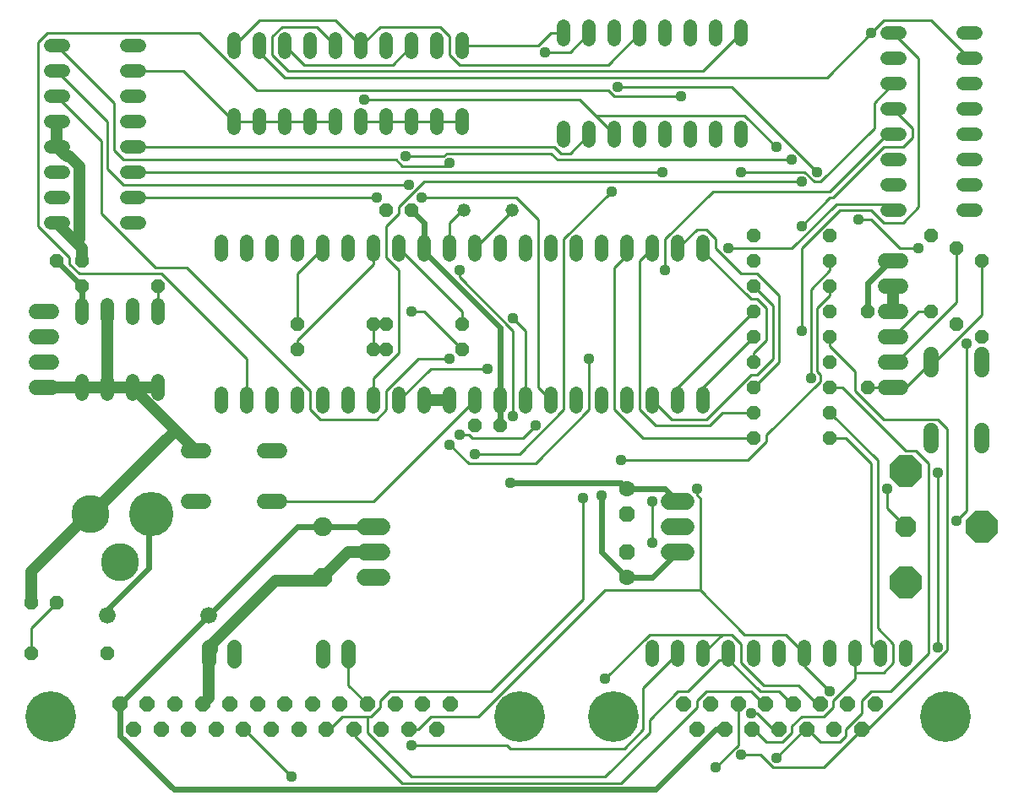
<source format=gtl>
G75*
%MOIN*%
%OFA0B0*%
%FSLAX24Y24*%
%IPPOS*%
%LPD*%
%AMOC8*
5,1,8,0,0,1.08239X$1,22.5*
%
%ADD10C,0.0520*%
%ADD11OC8,0.0520*%
%ADD12C,0.0520*%
%ADD13C,0.1750*%
%ADD14C,0.1500*%
%ADD15C,0.0660*%
%ADD16C,0.0660*%
%ADD17C,0.0750*%
%ADD18OC8,0.0750*%
%ADD19OC8,0.0630*%
%ADD20C,0.0630*%
%ADD21C,0.0600*%
%ADD22OC8,0.0825*%
%ADD23OC8,0.1270*%
%ADD24OC8,0.0600*%
%ADD25C,0.2000*%
%ADD26C,0.0560*%
%ADD27C,0.0480*%
%ADD28C,0.0240*%
%ADD29C,0.0440*%
%ADD30C,0.0100*%
D10*
X010379Y019420D02*
X010379Y019940D01*
X011379Y019940D02*
X011379Y019420D01*
X012379Y019420D02*
X012379Y019940D01*
X013379Y019940D02*
X013379Y019420D01*
X014379Y019420D02*
X014379Y019940D01*
X015379Y019940D02*
X015379Y019420D01*
X016379Y019420D02*
X016379Y019940D01*
X017379Y019940D02*
X017379Y019420D01*
X018379Y019420D02*
X018379Y019940D01*
X019379Y019940D02*
X019379Y019420D01*
X020379Y019420D02*
X020379Y019940D01*
X021379Y019940D02*
X021379Y019420D01*
X022379Y019420D02*
X022379Y019940D01*
X023379Y019940D02*
X023379Y019420D01*
X024379Y019420D02*
X024379Y019940D01*
X025379Y019940D02*
X025379Y019420D01*
X026379Y019420D02*
X026379Y019940D01*
X027379Y019940D02*
X027379Y019420D01*
X028379Y019420D02*
X028379Y019940D01*
X029379Y019940D02*
X029379Y019420D01*
X029379Y025420D02*
X029379Y025940D01*
X028379Y025940D02*
X028379Y025420D01*
X027379Y025420D02*
X027379Y025940D01*
X026379Y025940D02*
X026379Y025420D01*
X025379Y025420D02*
X025379Y025940D01*
X024379Y025940D02*
X024379Y025420D01*
X023379Y025420D02*
X023379Y025940D01*
X022379Y025940D02*
X022379Y025420D01*
X021379Y025420D02*
X021379Y025940D01*
X020379Y025940D02*
X020379Y025420D01*
X019379Y025420D02*
X019379Y025940D01*
X018379Y025940D02*
X018379Y025420D01*
X017379Y025420D02*
X017379Y025940D01*
X016379Y025940D02*
X016379Y025420D01*
X015379Y025420D02*
X015379Y025940D01*
X014379Y025940D02*
X014379Y025420D01*
X013379Y025420D02*
X013379Y025940D01*
X012379Y025940D02*
X012379Y025420D01*
X011379Y025420D02*
X011379Y025940D01*
X010379Y025940D02*
X010379Y025420D01*
X007879Y023440D02*
X007879Y022920D01*
X006879Y022920D02*
X006879Y023440D01*
X005879Y023440D02*
X005879Y022920D01*
X004879Y022920D02*
X004879Y023440D01*
X004879Y020440D02*
X004879Y019920D01*
X005879Y019920D02*
X005879Y020440D01*
X006879Y020440D02*
X006879Y019920D01*
X007879Y019920D02*
X007879Y020440D01*
X007139Y026680D02*
X006619Y026680D01*
X006619Y027680D02*
X007139Y027680D01*
X007139Y028680D02*
X006619Y028680D01*
X006619Y029680D02*
X007139Y029680D01*
X007139Y030680D02*
X006619Y030680D01*
X006619Y031680D02*
X007139Y031680D01*
X007139Y032680D02*
X006619Y032680D01*
X006619Y033680D02*
X007139Y033680D01*
X004139Y033680D02*
X003619Y033680D01*
X003619Y032680D02*
X004139Y032680D01*
X004139Y031680D02*
X003619Y031680D01*
X003619Y030680D02*
X004139Y030680D01*
X004139Y029680D02*
X003619Y029680D01*
X003619Y028680D02*
X004139Y028680D01*
X004139Y027680D02*
X003619Y027680D01*
X003619Y026680D02*
X004139Y026680D01*
X010879Y030420D02*
X010879Y030940D01*
X011879Y030940D02*
X011879Y030420D01*
X012879Y030420D02*
X012879Y030940D01*
X013879Y030940D02*
X013879Y030420D01*
X014879Y030420D02*
X014879Y030940D01*
X015879Y030940D02*
X015879Y030420D01*
X016879Y030420D02*
X016879Y030940D01*
X017879Y030940D02*
X017879Y030420D01*
X018879Y030420D02*
X018879Y030940D01*
X019879Y030940D02*
X019879Y030420D01*
X019879Y033420D02*
X019879Y033940D01*
X018879Y033940D02*
X018879Y033420D01*
X017879Y033420D02*
X017879Y033940D01*
X016879Y033940D02*
X016879Y033420D01*
X015879Y033420D02*
X015879Y033940D01*
X014879Y033940D02*
X014879Y033420D01*
X013879Y033420D02*
X013879Y033940D01*
X012879Y033940D02*
X012879Y033420D01*
X011879Y033420D02*
X011879Y033940D01*
X010879Y033940D02*
X010879Y033420D01*
X023879Y033920D02*
X023879Y034440D01*
X024879Y034440D02*
X024879Y033920D01*
X025879Y033920D02*
X025879Y034440D01*
X026879Y034440D02*
X026879Y033920D01*
X027879Y033920D02*
X027879Y034440D01*
X028879Y034440D02*
X028879Y033920D01*
X029879Y033920D02*
X029879Y034440D01*
X030879Y034440D02*
X030879Y033920D01*
X030879Y030440D02*
X030879Y029920D01*
X029879Y029920D02*
X029879Y030440D01*
X028879Y030440D02*
X028879Y029920D01*
X027879Y029920D02*
X027879Y030440D01*
X026879Y030440D02*
X026879Y029920D01*
X025879Y029920D02*
X025879Y030440D01*
X024879Y030440D02*
X024879Y029920D01*
X023879Y029920D02*
X023879Y030440D01*
X036619Y030180D02*
X037139Y030180D01*
X037139Y029180D02*
X036619Y029180D01*
X036619Y028180D02*
X037139Y028180D01*
X037139Y027180D02*
X036619Y027180D01*
X039619Y027180D02*
X040139Y027180D01*
X040139Y028180D02*
X039619Y028180D01*
X039619Y029180D02*
X040139Y029180D01*
X040139Y030180D02*
X039619Y030180D01*
X039619Y031180D02*
X040139Y031180D01*
X040139Y032180D02*
X039619Y032180D01*
X039619Y033180D02*
X040139Y033180D01*
X040139Y034180D02*
X039619Y034180D01*
X037139Y034180D02*
X036619Y034180D01*
X036619Y033180D02*
X037139Y033180D01*
X037139Y032180D02*
X036619Y032180D01*
X036619Y031180D02*
X037139Y031180D01*
X037379Y009940D02*
X037379Y009420D01*
X036379Y009420D02*
X036379Y009940D01*
X035379Y009940D02*
X035379Y009420D01*
X034379Y009420D02*
X034379Y009940D01*
X033379Y009940D02*
X033379Y009420D01*
X032379Y009420D02*
X032379Y009940D01*
X031379Y009940D02*
X031379Y009420D01*
X030379Y009420D02*
X030379Y009940D01*
X029379Y009940D02*
X029379Y009420D01*
X028379Y009420D02*
X028379Y009940D01*
X027379Y009940D02*
X027379Y009420D01*
D11*
X031379Y018180D03*
X031379Y019180D03*
X031379Y020180D03*
X031379Y021180D03*
X031379Y022180D03*
X031379Y023180D03*
X031379Y024180D03*
X031379Y025180D03*
X031379Y026180D03*
X034379Y026180D03*
X034379Y025180D03*
X034379Y024180D03*
X034379Y023180D03*
X034379Y022180D03*
X034379Y021180D03*
X034379Y020180D03*
X034379Y019180D03*
X034379Y018180D03*
X035879Y020180D03*
X039379Y022680D03*
X038379Y023180D03*
X040379Y022180D03*
X040379Y025180D03*
X039379Y025680D03*
X038379Y026180D03*
X035879Y023180D03*
X021379Y018680D03*
X020379Y018680D03*
X019879Y021680D03*
X019879Y022680D03*
X016879Y022680D03*
X016379Y022680D03*
X016379Y021680D03*
X016879Y021680D03*
X013379Y021680D03*
X013379Y022680D03*
X007879Y024180D03*
X004879Y024180D03*
X004879Y025180D03*
X003879Y025180D03*
X016879Y027180D03*
X017879Y027180D03*
X003879Y011680D03*
X002879Y011680D03*
X002879Y009680D03*
X005879Y009680D03*
D12*
X019929Y027180D03*
X021829Y027180D03*
D13*
X007600Y015180D03*
D14*
X006379Y013290D03*
X005198Y015180D03*
D15*
X005879Y011180D03*
X009879Y011180D03*
D16*
X016049Y012680D02*
X016709Y012680D01*
X016709Y013680D02*
X016049Y013680D01*
X016049Y014680D02*
X016709Y014680D01*
X028049Y014680D02*
X028709Y014680D01*
X028709Y013680D02*
X028049Y013680D01*
X028049Y015680D02*
X028709Y015680D01*
D17*
X014379Y014680D03*
D18*
X014379Y012680D03*
D19*
X026379Y013680D03*
X026379Y015180D03*
D20*
X026379Y016180D03*
X026379Y012680D03*
D21*
X036579Y020180D02*
X037179Y020180D01*
X037179Y021180D02*
X036579Y021180D01*
X036579Y022180D02*
X037179Y022180D01*
X037179Y023180D02*
X036579Y023180D01*
X036579Y024180D02*
X037179Y024180D01*
X037179Y025180D02*
X036579Y025180D01*
X038379Y021480D02*
X038379Y020880D01*
X040379Y020880D02*
X040379Y021480D01*
X040379Y018480D02*
X040379Y017880D01*
X038379Y017880D02*
X038379Y018480D01*
X012679Y017680D02*
X012079Y017680D01*
X012079Y015680D02*
X012679Y015680D01*
X009679Y015680D02*
X009079Y015680D01*
X009079Y017680D02*
X009679Y017680D01*
X003679Y020180D02*
X003079Y020180D01*
X003079Y021180D02*
X003679Y021180D01*
X003679Y022180D02*
X003079Y022180D01*
X003079Y023180D02*
X003679Y023180D01*
D22*
X037379Y014680D03*
D23*
X037379Y012480D03*
X040379Y014680D03*
X037379Y016880D03*
D24*
X036159Y007680D03*
X035079Y007680D03*
X033999Y007680D03*
X032919Y007680D03*
X031839Y007680D03*
X030759Y007680D03*
X029679Y007680D03*
X028599Y007680D03*
X029139Y006680D03*
X030219Y006680D03*
X031299Y006680D03*
X032379Y006680D03*
X033459Y006680D03*
X034539Y006680D03*
X035619Y006680D03*
X019399Y007680D03*
X018309Y007680D03*
X017229Y007680D03*
X016139Y007680D03*
X015049Y007680D03*
X013969Y007680D03*
X012879Y007680D03*
X011789Y007680D03*
X010709Y007680D03*
X009619Y007680D03*
X008529Y007680D03*
X007449Y007680D03*
X006359Y007680D03*
X006899Y006680D03*
X007989Y006680D03*
X009079Y006680D03*
X010159Y006680D03*
X011249Y006680D03*
X012339Y006680D03*
X013419Y006680D03*
X014509Y006680D03*
X015599Y006680D03*
X016679Y006680D03*
X017769Y006680D03*
X018859Y006680D03*
D25*
X022139Y007180D03*
X025819Y007180D03*
X038939Y007180D03*
X003619Y007180D03*
D26*
X009879Y009400D02*
X009879Y009960D01*
X010879Y009960D02*
X010879Y009400D01*
X014379Y009400D02*
X014379Y009960D01*
X015379Y009960D02*
X015379Y009400D01*
D27*
X014254Y012555D02*
X012504Y012555D01*
X010004Y010055D01*
X010004Y009805D01*
X009879Y009680D01*
X009879Y007930D01*
X009629Y007680D01*
X009619Y007680D01*
X014254Y012555D02*
X014379Y012680D01*
X015379Y013680D01*
X016379Y013680D01*
X009379Y017680D02*
X008567Y018493D01*
X005379Y015305D01*
X005198Y015180D01*
X005129Y015180D01*
X002879Y012930D01*
X002879Y011680D01*
X008567Y018493D02*
X006879Y020180D01*
X007879Y020180D01*
X006879Y020180D02*
X005879Y020180D01*
X005879Y023180D01*
X004879Y025180D02*
X004879Y025680D01*
X004629Y025930D01*
X004754Y026055D01*
X004754Y028930D01*
X004379Y029305D01*
X004254Y029305D01*
X003879Y029680D01*
X003879Y030680D01*
X003879Y026680D02*
X004629Y025930D01*
X004879Y020180D02*
X003379Y020180D01*
X004879Y020180D02*
X005879Y020180D01*
X018379Y019680D02*
X019379Y019680D01*
X036879Y023180D02*
X036879Y024180D01*
D28*
X006379Y007680D02*
X006379Y006430D01*
X008504Y004305D01*
X027504Y004305D01*
X029879Y006680D01*
X030219Y006680D01*
X027379Y012680D02*
X026379Y012680D01*
X025379Y013680D01*
X025379Y015930D01*
X026129Y016430D02*
X026379Y016180D01*
X027879Y016180D01*
X028379Y015680D01*
X026129Y016430D02*
X021754Y016430D01*
X021379Y018680D02*
X021379Y019680D01*
X021379Y022555D01*
X018379Y025555D01*
X018379Y025680D01*
X018379Y026680D01*
X017879Y027180D01*
X004879Y024180D02*
X004879Y023180D01*
X004879Y024180D02*
X003879Y025180D01*
X007504Y015180D02*
X007600Y015180D01*
X007504Y015180D02*
X007504Y013055D01*
X005879Y011430D01*
X005879Y011180D01*
X006379Y007680D02*
X009879Y011180D01*
X013379Y014680D01*
X014379Y014680D01*
X016379Y014680D01*
X006379Y007680D02*
X006359Y007680D01*
X027379Y012680D02*
X028379Y013680D01*
X035879Y023180D02*
X035879Y024305D01*
X036754Y025180D01*
X036879Y025180D01*
D29*
X037879Y025680D03*
X035504Y026805D03*
X033254Y026555D03*
X033254Y028305D03*
X033879Y028680D03*
X032879Y029180D03*
X032254Y029680D03*
X030879Y028680D03*
X030379Y025680D03*
X027879Y024805D03*
X025754Y027930D03*
X027754Y028680D03*
X028504Y031680D03*
X026004Y032055D03*
X023129Y033430D03*
X019379Y029055D03*
X017629Y029305D03*
X017754Y028180D03*
X018254Y027680D03*
X016504Y027680D03*
X019754Y024805D03*
X017879Y023180D03*
X019379Y021305D03*
X020879Y020930D03*
X021879Y019055D03*
X022754Y018680D03*
X021754Y016430D03*
X020379Y017555D03*
X019754Y018305D03*
X019379Y017930D03*
X024629Y015805D03*
X025379Y015930D03*
X026129Y017305D03*
X027379Y015680D03*
X029129Y016180D03*
X027379Y014055D03*
X025504Y008680D03*
X029879Y005180D03*
X030879Y005680D03*
X032254Y005555D03*
X031254Y007305D03*
X034379Y008180D03*
X038629Y009930D03*
X039379Y014930D03*
X038629Y016805D03*
X036629Y016180D03*
X033629Y020555D03*
X033254Y022430D03*
X039754Y021930D03*
X024879Y021305D03*
X021879Y022930D03*
X016004Y031555D03*
X036004Y034180D03*
X017879Y006055D03*
X013129Y004805D03*
D30*
X011254Y006680D01*
X011249Y006680D01*
X014509Y006680D02*
X014629Y006680D01*
X015129Y007180D01*
X016129Y007180D01*
X016129Y006555D01*
X017879Y004805D01*
X025504Y004805D01*
X027254Y006555D01*
X027254Y007055D01*
X028379Y008180D01*
X028754Y008180D01*
X030004Y009430D01*
X030379Y009430D01*
X030379Y009680D01*
X030379Y009430D02*
X031629Y008180D01*
X032379Y008180D01*
X032879Y007680D01*
X032919Y007680D01*
X033254Y007180D02*
X032879Y006805D01*
X032879Y006555D01*
X032504Y006180D01*
X031879Y006180D01*
X031379Y006680D01*
X031299Y006680D01*
X031504Y007305D02*
X032129Y006680D01*
X032379Y006680D01*
X033379Y006680D02*
X033459Y006680D01*
X033504Y006680D01*
X034004Y006180D01*
X034754Y006180D01*
X035004Y006430D01*
X035004Y006680D01*
X035629Y007305D01*
X035629Y007805D01*
X036004Y008180D01*
X036754Y008180D01*
X038254Y009680D01*
X038254Y017180D01*
X037754Y017680D01*
X037379Y017680D01*
X034879Y020180D01*
X034379Y020180D01*
X034004Y020430D02*
X031879Y018305D01*
X031879Y018055D01*
X031129Y017305D01*
X026129Y017305D01*
X027004Y018180D02*
X025879Y019305D01*
X025879Y024930D01*
X026379Y025430D01*
X026379Y025680D01*
X026879Y025180D02*
X027379Y025680D01*
X027879Y026055D02*
X029754Y027930D01*
X034379Y027930D01*
X036629Y030180D01*
X036879Y030180D01*
X037254Y029680D02*
X036504Y029680D01*
X034504Y027680D01*
X034379Y027680D01*
X033254Y026555D01*
X033254Y025680D02*
X034754Y027180D01*
X036004Y027180D01*
X036504Y026680D01*
X037254Y026680D01*
X037879Y027305D01*
X037879Y033180D01*
X036879Y034180D01*
X036504Y034680D02*
X038379Y034680D01*
X039879Y033180D01*
X036879Y032180D02*
X036129Y031430D01*
X036129Y030430D01*
X034004Y028305D01*
X033754Y028305D01*
X033379Y028680D01*
X030879Y028680D01*
X032254Y029680D02*
X031004Y030930D01*
X025129Y030930D01*
X024504Y031555D01*
X016004Y031555D01*
X015879Y030680D02*
X016879Y030680D01*
X017879Y030680D01*
X018879Y030680D01*
X019879Y030680D01*
X019254Y029430D02*
X023379Y029430D01*
X023629Y029180D01*
X032879Y029180D01*
X033254Y028305D02*
X018379Y028305D01*
X017379Y027305D01*
X017379Y027055D01*
X016879Y026555D01*
X016879Y025305D01*
X017379Y024805D01*
X017379Y021555D01*
X016379Y020555D01*
X016379Y019680D01*
X016879Y020055D02*
X016879Y019305D01*
X016504Y018930D01*
X014254Y018930D01*
X013879Y019305D01*
X013879Y020055D01*
X009004Y024930D01*
X007754Y024930D01*
X005629Y027055D01*
X005629Y029930D01*
X003879Y031680D01*
X003879Y032680D02*
X005879Y030680D01*
X005879Y028805D01*
X006504Y028180D01*
X017754Y028180D01*
X018254Y027680D02*
X022004Y027680D01*
X022879Y026805D01*
X022879Y020180D01*
X023379Y019680D01*
X023879Y019305D02*
X023879Y026055D01*
X025754Y027930D01*
X027754Y028680D02*
X006879Y028680D01*
X006504Y029180D02*
X017254Y029180D01*
X017504Y028930D01*
X019254Y028930D01*
X019379Y029055D01*
X019129Y029305D02*
X019254Y029430D01*
X019129Y029305D02*
X017629Y029305D01*
X016504Y027680D02*
X006879Y027680D01*
X006504Y029180D02*
X006129Y029555D01*
X006129Y031430D01*
X003879Y033680D01*
X003504Y034180D02*
X003129Y033805D01*
X003129Y026555D01*
X004379Y025305D01*
X004379Y025055D01*
X004754Y024680D01*
X008004Y024680D01*
X011379Y021305D01*
X011379Y019680D01*
X013379Y021680D02*
X013379Y022055D01*
X016379Y025055D01*
X016379Y025680D01*
X017379Y025680D02*
X019879Y023180D01*
X019879Y022680D01*
X019879Y021680D02*
X018379Y023180D01*
X017879Y023180D01*
X016879Y022680D02*
X016379Y022680D01*
X016379Y021680D01*
X016879Y021680D01*
X018129Y021305D02*
X019379Y021305D01*
X018629Y020930D02*
X020879Y020930D01*
X020379Y019680D02*
X016379Y015680D01*
X012379Y015680D01*
X016879Y020055D02*
X018129Y021305D01*
X018629Y020930D02*
X017379Y019680D01*
X019379Y017930D02*
X020129Y017180D01*
X022754Y017180D01*
X024879Y019305D01*
X024879Y021305D01*
X023879Y019305D02*
X022129Y017555D01*
X020379Y017555D01*
X020254Y018180D02*
X022254Y018180D01*
X022754Y018680D01*
X021879Y019055D02*
X021879Y022430D01*
X019754Y024555D01*
X019754Y024805D01*
X019379Y025680D02*
X019379Y026680D01*
X019879Y027180D01*
X019929Y027180D01*
X020379Y025680D02*
X021879Y027180D01*
X021829Y027180D01*
X023754Y029430D02*
X024129Y029430D01*
X024879Y030180D01*
X025129Y030930D02*
X025879Y030180D01*
X025879Y031680D02*
X028504Y031680D01*
X029379Y032680D02*
X030879Y034180D01*
X029379Y032680D02*
X013004Y032680D01*
X012379Y033305D01*
X012379Y034055D01*
X012754Y034430D01*
X014129Y034430D01*
X014879Y033680D01*
X015879Y033680D02*
X014879Y034680D01*
X011879Y034680D01*
X010879Y033680D01*
X011879Y033680D02*
X011879Y033430D01*
X012879Y032430D01*
X034254Y032430D01*
X036004Y034180D01*
X036504Y034680D01*
X036879Y031180D02*
X037629Y030430D01*
X037629Y030055D01*
X037254Y029680D01*
X036629Y027430D02*
X034629Y027430D01*
X032879Y025680D01*
X030379Y025680D01*
X029879Y025680D02*
X029879Y026055D01*
X029504Y026430D01*
X029129Y026430D01*
X028379Y025680D01*
X027879Y026055D02*
X027879Y024805D01*
X026879Y025180D02*
X026879Y019305D01*
X027504Y018680D01*
X029629Y018680D01*
X030129Y019180D01*
X031379Y019180D01*
X031379Y018180D02*
X027004Y018180D01*
X028129Y018930D02*
X029504Y018930D01*
X031254Y020680D01*
X031504Y020680D01*
X032129Y021305D01*
X032129Y023430D01*
X031379Y024180D01*
X031254Y023680D02*
X029379Y025555D01*
X029379Y025680D01*
X029879Y025680D02*
X030879Y024680D01*
X031504Y024680D01*
X032379Y023805D01*
X032379Y021180D01*
X031379Y020180D01*
X031379Y021180D02*
X031379Y021555D01*
X031879Y022055D01*
X031879Y023305D01*
X031504Y023680D01*
X031254Y023680D01*
X031379Y023180D02*
X028379Y020180D01*
X028379Y019680D01*
X028129Y018930D02*
X027379Y019680D01*
X029379Y019680D02*
X029379Y020180D01*
X031379Y022180D01*
X033254Y022430D02*
X033254Y025680D01*
X034379Y025180D02*
X034379Y024805D01*
X033629Y024055D01*
X033629Y020555D01*
X033879Y020805D02*
X034004Y020680D01*
X034004Y020430D01*
X033879Y020805D02*
X033879Y023305D01*
X034379Y023805D01*
X034379Y024180D01*
X034379Y022180D02*
X034379Y021805D01*
X035379Y020805D01*
X035379Y020055D01*
X036504Y018930D01*
X038629Y018930D01*
X039004Y018555D01*
X039004Y009805D01*
X035879Y006680D01*
X035629Y006680D01*
X035619Y006680D01*
X035629Y006680D02*
X034129Y005180D01*
X032129Y005180D01*
X031629Y005680D01*
X030879Y005680D01*
X030754Y006055D02*
X029879Y005180D01*
X030754Y006055D02*
X030754Y007680D01*
X030759Y007680D01*
X031254Y007305D02*
X031504Y007305D01*
X031754Y007680D02*
X031839Y007680D01*
X031754Y007680D02*
X031254Y008180D01*
X029504Y008180D01*
X029129Y007805D01*
X029129Y007555D01*
X026129Y004555D01*
X017504Y004555D01*
X015629Y006430D01*
X015629Y006680D01*
X015599Y006680D01*
X016129Y007180D02*
X016254Y007180D01*
X016629Y007555D01*
X016629Y007805D01*
X017004Y008180D01*
X021004Y008180D01*
X024629Y011805D01*
X024629Y015805D01*
X027379Y015680D02*
X027379Y014055D01*
X029254Y015805D02*
X029129Y015930D01*
X029129Y016180D01*
X029254Y015805D02*
X029254Y012180D01*
X025504Y012180D01*
X020504Y007180D01*
X018629Y007180D01*
X018129Y006680D01*
X017769Y006680D01*
X017879Y006055D02*
X021629Y006055D01*
X021754Y005930D01*
X026254Y005930D01*
X027004Y006680D01*
X027004Y008305D01*
X028379Y009680D01*
X029379Y009680D02*
X030129Y010430D01*
X027254Y010430D01*
X025504Y008680D01*
X029254Y012180D02*
X031004Y010430D01*
X032629Y010430D01*
X033379Y009680D01*
X033379Y009180D01*
X034379Y008180D01*
X034504Y007805D02*
X034504Y007555D01*
X034129Y007180D01*
X033254Y007180D01*
X033379Y006680D02*
X032254Y005555D01*
X033879Y007680D02*
X033999Y007680D01*
X033879Y007680D02*
X033129Y008430D01*
X031754Y008430D01*
X030879Y009305D01*
X030879Y010055D01*
X030504Y010430D01*
X030129Y010430D01*
X034504Y007805D02*
X035379Y008680D01*
X035379Y008930D01*
X036504Y008930D01*
X036879Y009305D01*
X036879Y010055D01*
X036254Y010680D01*
X036254Y017305D01*
X034379Y019180D01*
X034379Y018180D02*
X035004Y018180D01*
X036004Y017180D01*
X036004Y010055D01*
X036379Y009680D01*
X035379Y009680D02*
X035379Y008930D01*
X038629Y009930D02*
X038629Y016805D01*
X036629Y016180D02*
X036629Y015430D01*
X037379Y014680D01*
X039379Y014930D02*
X039754Y015305D01*
X039754Y021930D01*
X040379Y023055D02*
X038504Y021180D01*
X038379Y021180D01*
X037379Y020180D01*
X036879Y020180D01*
X035879Y020180D01*
X036879Y021180D02*
X037004Y021180D01*
X039379Y023555D01*
X039379Y025680D01*
X040379Y025180D02*
X040379Y023055D01*
X038379Y023180D02*
X037879Y023180D01*
X036879Y022180D01*
X037129Y025680D02*
X037879Y025680D01*
X037129Y025680D02*
X036004Y026805D01*
X035504Y026805D01*
X036629Y027430D02*
X036879Y027180D01*
X033879Y028680D02*
X030504Y032055D01*
X026004Y032055D01*
X025879Y031680D02*
X025629Y031930D01*
X011754Y031930D01*
X009504Y034180D01*
X003504Y034180D01*
X006879Y032680D02*
X008879Y032680D01*
X010879Y030680D01*
X011879Y030680D01*
X012879Y030680D01*
X013879Y030680D01*
X014879Y030680D01*
X013629Y032930D02*
X017129Y032930D01*
X017879Y033680D01*
X019004Y034430D02*
X019379Y034055D01*
X019379Y033305D01*
X019754Y032930D01*
X025629Y032930D01*
X026879Y034180D01*
X024879Y034180D02*
X024129Y033430D01*
X023129Y033430D01*
X022879Y033680D02*
X023379Y034180D01*
X023879Y034180D01*
X022879Y033680D02*
X019879Y033680D01*
X019004Y034430D02*
X016629Y034430D01*
X015879Y033680D01*
X013629Y032930D02*
X012879Y033680D01*
X006879Y029680D02*
X023504Y029680D01*
X023754Y029430D01*
X021879Y022930D02*
X022379Y022430D01*
X022379Y019680D01*
X020254Y018180D02*
X020129Y018305D01*
X019754Y018305D01*
X013379Y022680D02*
X013379Y024680D01*
X014379Y025680D01*
X007879Y024180D02*
X007879Y023180D01*
X003879Y011680D02*
X002879Y010680D01*
X002879Y009680D01*
X015379Y009680D02*
X015379Y008430D01*
X016129Y007680D01*
X016139Y007680D01*
M02*

</source>
